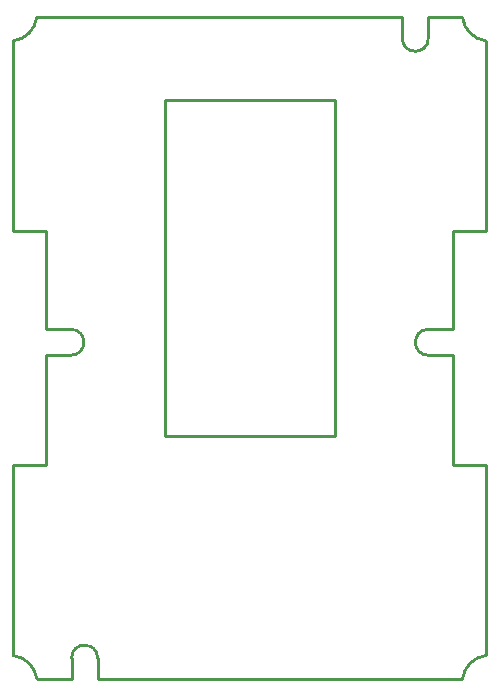
<source format=gko>
G04*
G04 #@! TF.GenerationSoftware,Altium Limited,Altium Designer,20.0.1 (14)*
G04*
G04 Layer_Color=16711935*
%FSLAX44Y44*%
%MOMM*%
G71*
G01*
G75*
%ADD10C,0.2540*%
D10*
X353896Y297270D02*
G03*
X353896Y275270I0J-11000D01*
G01*
X402500Y21074D02*
G03*
X382696Y1270I3000J-22803D01*
G01*
X73797Y18874D02*
G03*
X51797Y18874I-11000J0D01*
G01*
X22304Y1270D02*
G03*
X2500Y21074I-22803J-3000D01*
G01*
X51104Y275270D02*
G03*
X51104Y297270I0J11000D01*
G01*
X2500Y541466D02*
G03*
X22304Y561270I-3000J22803D01*
G01*
X331739Y543666D02*
G03*
X353739Y543666I11000J0D01*
G01*
X382696Y561270D02*
G03*
X402500Y541466I22803J3000D01*
G01*
X130500Y207270D02*
Y491270D01*
Y207270D02*
X274500D01*
Y491270D01*
X130500D02*
X274500D01*
X402500Y380270D02*
Y541466D01*
X374500Y380270D02*
X402500D01*
X374500Y297270D02*
Y380270D01*
X353896Y297270D02*
X374500D01*
X353896Y275270D02*
X374500D01*
Y182270D02*
Y275270D01*
Y182270D02*
X402500D01*
Y21074D02*
Y182270D01*
X73797Y1270D02*
X382696D01*
X73797D02*
Y18874D01*
X51797Y1270D02*
Y18874D01*
X22304Y1270D02*
X51797D01*
X2500Y21074D02*
Y182270D01*
X30500D01*
Y275270D01*
X51104D01*
X30500Y297270D02*
X51104D01*
X30500D02*
Y380270D01*
X2500D02*
X30500D01*
X2500D02*
Y541466D01*
X22304Y561270D02*
X331739D01*
Y543666D02*
Y561270D01*
X353739Y543666D02*
Y561270D01*
X382696D01*
M02*

</source>
